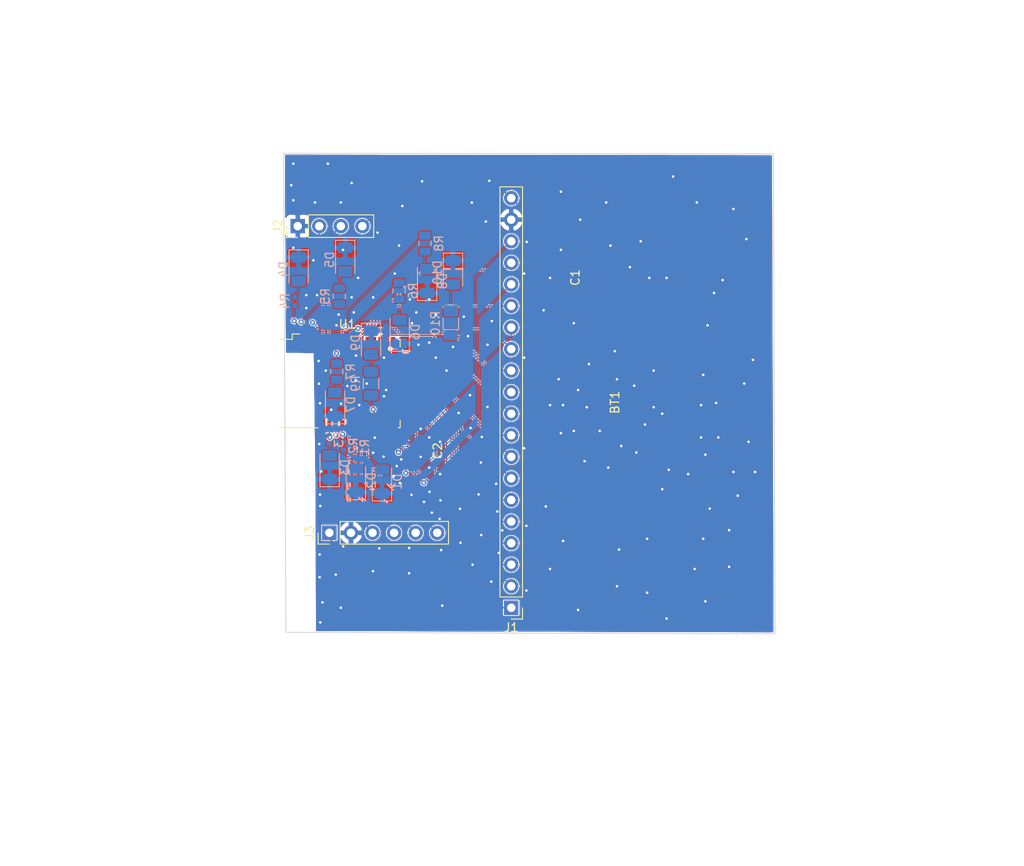
<source format=kicad_pcb>
(kicad_pcb (version 20171130) (host pcbnew 5.1.5+dfsg1-2)
  (layers (0 F.Cu signal) (31 B.Cu signal) (34 B.Paste user hide) (35 F.Paste user hide) (36 B.SilkS user) (37 F.SilkS user) (38 B.Mask user) (39 F.Mask user) (44 Edge.Cuts user))
  (net 0 "")
  (net 1 +3V3)
  (net 2 GND)
  (net 3 "Net-(D1-Pad2)")
  (net 4 "Net-(D2-Pad2)")
  (net 5 "Net-(D3-Pad2)")
  (net 6 "Net-(D4-Pad2)")
  (net 7 "Net-(D5-Pad2)")
  (net 8 "Net-(D6-Pad2)")
  (net 9 "Net-(D7-Pad2)")
  (net 10 "Net-(D8-Pad2)")
  (net 11 "Net-(D9-Pad2)")
  (net 12 "Net-(D10-Pad2)")
  (net 13 "Net-(J1-Pad18)")
  (net 14 "Net-(J1-Pad17)")
  (net 15 "Net-(J1-Pad16)")
  (net 16 "Net-(J1-Pad15)")
  (net 17 "Net-(J1-Pad14)")
  (net 18 "Net-(J1-Pad13)")
  (net 19 "Net-(J1-Pad12)")
  (net 20 "Net-(J1-Pad11)")
  (net 21 "Net-(J1-Pad10)")
  (net 22 "Net-(J1-Pad9)")
  (net 23 "Net-(J1-Pad8)")
  (net 24 "Net-(J1-Pad7)")
  (net 25 "Net-(J1-Pad6)")
  (net 26 "Net-(J1-Pad5)")
  (net 27 "Net-(J1-Pad4)")
  (net 28 "Net-(J1-Pad3)")
  (net 29 "Net-(J1-Pad2)")
  (net 30 "Net-(J1-Pad1)")
  (net 31 "Net-(J2-Pad3)")
  (net 32 "Net-(J2-Pad2)")
  (net 33 "Net-(J3-Pad6)")
  (net 34 "Net-(J3-Pad5)")
  (net 35 "Net-(J3-Pad4)")
  (net 36 "Net-(J3-Pad3)")
  (net 37 "Net-(R1-Pad2)")
  (net 38 "Net-(R2-Pad2)")
  (net 39 "Net-(R3-Pad2)")
  (net 40 "Net-(R4-Pad2)")
  (net 41 "Net-(R5-Pad2)")
  (net 42 "Net-(R6-Pad2)")
  (net 43 "Net-(R7-Pad2)")
  (net 44 "Net-(R8-Pad2)")
  (net 45 "Net-(R9-Pad2)")
  (net 46 "Net-(R10-Pad2)")
  (module LED_SMD:LED_1206_3216Metric (layer B.Cu) (at 195.406999 73.160999 90)
    (fp_text reference D6 (at 0 1.82 90) (layer B.SilkS) (effects (justify mirror)))
    (fp_text value LED)
    (pad 2 smd roundrect (at 1.4 0 90) (size 1.25 1.75) (layers B.Cu B.Paste B.Mask) (roundrect_rratio 0.2) (net 8 "Net-(D6-Pad2)"))
    (pad 1 smd roundrect (at -1.4 0 90) (size 1.25 1.75) (layers B.Cu B.Paste B.Mask) (roundrect_rratio 0.2) (net 2 GND))
  )
  (module Resistor_SMD:R_0402_1005Metric (layer B.Cu) (at 183.06 69.56 270)
    (fp_text reference R4 (at 0 1.17 270) (layer B.SilkS) (effects (justify mirror)))
    (fp_text value R)
    (pad 2 smd roundrect (at 0.485 0 270) (size 0.59 0.64) (layers B.Cu B.Paste B.Mask) (net 40 "Net-(R4-Pad2)"))
    (pad 1 smd roundrect (at -0.485 0 270) (size 0.59 0.64) (layers B.Cu B.Paste B.Mask) (net 6 "Net-(D4-Pad2)"))
  )
  (module LED_SMD:LED_1206_3216Metric (layer B.Cu) (at 183.5 65.79 270)
    (fp_text reference D4 (at 0 1.82 270) (layer B.SilkS) (effects (justify mirror)))
    (fp_text value LED)
    (pad 2 smd roundrect (at 1.4 0 270) (size 1.25 1.75) (layers B.Cu B.Paste B.Mask) (roundrect_rratio 0.2) (net 6 "Net-(D4-Pad2)"))
    (pad 1 smd roundrect (at -1.4 0 270) (size 1.25 1.75) (layers B.Cu B.Paste B.Mask) (roundrect_rratio 0.2) (net 2 GND))
  )
  (module Capacitor_SMD:C_0402_1005Metric (layer F.Cu) (at 217.235001 66.764999 90)
    (fp_text reference C1 (at 0 -1.17 90) (layer F.SilkS))
    (fp_text value 4.7uF)
    (pad 2 smd roundrect (at 0.485 0 90) (size 0.59 0.64) (layers F.Cu F.Paste F.Mask) (net 2 GND))
    (pad 1 smd roundrect (at -0.485 0 90) (size 0.59 0.64) (layers F.Cu F.Paste F.Mask) (net 1 +3V3))
  )
  (module kifootp:CR2032 (layer F.Cu) (at 220.24 81.46 90)
    (fp_text reference BT1 (at 0 0.5 90) (layer F.SilkS))
    (fp_text value Battery_Cell)
    (pad 1 smd rect (at -11.45 0 90) (size 2.5 5) (layers F.Cu F.Paste F.Mask) (net 1 +3V3))
    (pad 1 smd rect (at 11.45 0 90) (size 2.5 5) (layers F.Cu F.Paste F.Mask) (net 1 +3V3))
    (pad 2 smd circle (at 0 0 90) (size 17.8 17.8) (layers F.Cu F.Paste F.Mask) (net 2 GND))
  )
  (module RF_Module:Laird_BL652 (layer F.Cu) (at 189.23 79.248)
    (fp_text reference U1 (at 0 -6.985) (layer F.SilkS))
    (fp_text value BL652)
    (pad 39 smd rect (at -2.85 4.9 90) (size 1.2 0.5) (layers F.Cu F.Paste F.Mask) (net 2 GND))
    (pad 38 smd rect (at -2.1 4.9 90) (size 1.2 0.5) (layers F.Cu F.Paste F.Mask) (net 39 "Net-(R3-Pad2)"))
    (pad 37 smd rect (at -1.35 4.9 90) (size 1.2 0.5) (layers F.Cu F.Paste F.Mask) (net 38 "Net-(R2-Pad2)"))
    (pad 36 smd rect (at -0.6 4.9 90) (size 1.2 0.5) (layers F.Cu F.Paste F.Mask) (net 37 "Net-(R1-Pad2)"))
    (pad 35 smd rect (at 0.15 4.9 90) (size 1.2 0.5) (layers F.Cu F.Paste F.Mask) (net 36 "Net-(J3-Pad3)"))
    (pad 34 smd rect (at 0.9 4.9 90) (size 1.2 0.5) (layers F.Cu F.Paste F.Mask) (net 35 "Net-(J3-Pad4)"))
    (pad 33 smd rect (at 1.65 4.9 90) (size 1.2 0.5) (layers F.Cu F.Paste F.Mask) (net 34 "Net-(J3-Pad5)"))
    (pad 32 smd rect (at 2.4 4.9 90) (size 1.2 0.5) (layers F.Cu F.Paste F.Mask) (net 33 "Net-(J3-Pad6)"))
    (pad 31 smd rect (at 3.15 4.9 90) (size 1.2 0.5) (layers F.Cu F.Paste F.Mask) (net 45 "Net-(R9-Pad2)"))
    (pad 30 smd rect (at 3.9 4.9 90) (size 1.2 0.5) (layers F.Cu F.Paste F.Mask) (net 13 "Net-(J1-Pad18)"))
    (pad 29 smd rect (at 4.65 4.9 90) (size 1.2 0.5) (layers F.Cu F.Paste F.Mask) (net 15 "Net-(J1-Pad16)"))
    (pad 28 smd rect (at 5.4 4.9 90) (size 1.2 0.5) (layers F.Cu F.Paste F.Mask) (net 17 "Net-(J1-Pad14)"))
    (pad 27 smd rect (at 5.85 3.75) (size 1.2 0.5) (layers F.Cu F.Paste F.Mask) (net 2 GND))
    (pad 26 smd rect (at 5.85 3) (size 1.2 0.5) (layers F.Cu F.Paste F.Mask) (net 1 +3V3))
    (pad 25 smd rect (at 5.85 2.25) (size 1.2 0.5) (layers F.Cu F.Paste F.Mask) (net 30 "Net-(J1-Pad1)"))
    (pad 24 smd rect (at 5.85 1.5) (size 1.2 0.5) (layers F.Cu F.Paste F.Mask) (net 29 "Net-(J1-Pad2)"))
    (pad 23 smd rect (at 5.85 0.75) (size 1.2 0.5) (layers F.Cu F.Paste F.Mask) (net 28 "Net-(J1-Pad3)"))
    (pad 22 smd rect (at 5.85 0) (size 1.2 0.5) (layers F.Cu F.Paste F.Mask) (net 27 "Net-(J1-Pad4)"))
    (pad 21 smd rect (at 5.85 -0.75) (size 1.2 0.5) (layers F.Cu F.Paste F.Mask) (net 26 "Net-(J1-Pad5)"))
    (pad 20 smd rect (at 5.85 -1.5) (size 1.2 0.5) (layers F.Cu F.Paste F.Mask) (net 25 "Net-(J1-Pad6)"))
    (pad 19 smd rect (at 5.85 -2.25) (size 1.2 0.5) (layers F.Cu F.Paste F.Mask) (net 24 "Net-(J1-Pad7)"))
    (pad 18 smd rect (at 5.85 -3) (size 1.2 0.5) (layers F.Cu F.Paste F.Mask) (net 23 "Net-(J1-Pad8)"))
    (pad 17 smd rect (at 5.85 -3.75) (size 1.2 0.5) (layers F.Cu F.Paste F.Mask) (net 22 "Net-(J1-Pad9)"))
    (pad 16 smd rect (at 5.4 -4.9 90) (size 1.2 0.5) (layers F.Cu F.Paste F.Mask) (net 2 GND))
    (pad 15 smd rect (at 4.65 -4.9 90) (size 1.2 0.5) (layers F.Cu F.Paste F.Mask) (net 21 "Net-(J1-Pad10)"))
    (pad 14 smd rect (at 3.9 -4.9 90) (size 1.2 0.5) (layers F.Cu F.Paste F.Mask) (net 20 "Net-(J1-Pad11)"))
    (pad 13 smd rect (at 3.15 -4.9 90) (size 1.2 0.5) (layers F.Cu F.Paste F.Mask) (net 19 "Net-(J1-Pad12)"))
    (pad 12 smd rect (at 2.4 -4.9 90) (size 1.2 0.5) (layers F.Cu F.Paste F.Mask) (net 18 "Net-(J1-Pad13)"))
    (pad 11 smd rect (at 1.65 -4.9 90) (size 1.2 0.5) (layers F.Cu F.Paste F.Mask) (net 16 "Net-(J1-Pad15)"))
    (pad 10 smd rect (at 0.9 -4.9 90) (size 1.2 0.5) (layers F.Cu F.Paste F.Mask) (net 14 "Net-(J1-Pad17)"))
    (pad 9 smd rect (at 0.15 -4.9 90) (size 1.2 0.5) (layers F.Cu F.Paste F.Mask) (net 46 "Net-(R10-Pad2)"))
    (pad 8 smd rect (at -0.6 -4.9 90) (size 1.2 0.5) (layers F.Cu F.Paste F.Mask) (net 44 "Net-(R8-Pad2)"))
    (pad 7 smd rect (at -1.35 -4.9 90) (size 1.2 0.5) (layers F.Cu F.Paste F.Mask) (net 43 "Net-(R7-Pad2)"))
    (pad 6 smd rect (at -2.1 -4.9 90) (size 1.2 0.5) (layers F.Cu F.Paste F.Mask) (net 31 "Net-(J2-Pad3)"))
    (pad 5 smd rect (at -2.85 -4.9 90) (size 1.2 0.5) (layers F.Cu F.Paste F.Mask) (net 32 "Net-(J2-Pad2)"))
    (pad 4 smd rect (at -3.6 -4.9 90) (size 1.2 0.5) (layers F.Cu F.Paste F.Mask) (net 42 "Net-(R6-Pad2)"))
    (pad 3 smd rect (at -4.35 -4.9 90) (size 1.2 0.5) (layers F.Cu F.Paste F.Mask) (net 41 "Net-(R5-Pad2)"))
    (pad 2 smd rect (at -5.1 -4.9 90) (size 1.2 0.5) (layers F.Cu F.Paste F.Mask) (net 40 "Net-(R4-Pad2)"))
    (pad 1 smd rect (at -5.85 -4.9 90) (size 1.2 0.5) (layers F.Cu F.Paste F.Mask) (net 2 GND))
  )
  (module Resistor_SMD:R_1206_3216Metric (layer B.Cu) (at 201.422 72.136 270)
    (fp_text reference R10 (at 0 1.82 90) (layer B.SilkS) (effects (justify mirror)))
    (fp_text value R)
    (pad 2 smd roundrect (at 1.4 0 270) (size 1.25 1.75) (layers B.Cu B.Paste B.Mask) (roundrect_rratio 0.2) (net 46 "Net-(R10-Pad2)"))
    (pad 1 smd roundrect (at -1.4 0 270) (size 1.25 1.75) (layers B.Cu B.Paste B.Mask) (roundrect_rratio 0.2) (net 12 "Net-(D10-Pad2)"))
  )
  (module Resistor_SMD:R_1206_3216Metric (layer B.Cu) (at 192.024 79.248 270)
    (fp_text reference R9 (at 0 1.82 90) (layer B.SilkS) (effects (justify mirror)))
    (fp_text value R)
    (pad 2 smd roundrect (at 1.4 0 270) (size 1.25 1.75) (layers B.Cu B.Paste B.Mask) (roundrect_rratio 0.2) (net 45 "Net-(R9-Pad2)"))
    (pad 1 smd roundrect (at -1.4 0 270) (size 1.25 1.75) (layers B.Cu B.Paste B.Mask) (roundrect_rratio 0.2) (net 11 "Net-(D9-Pad2)"))
  )
  (module Resistor_SMD:R_0805_2012Metric (layer B.Cu) (at 198.374 62.738 90)
    (fp_text reference R8 (at 0 1.65 90) (layer B.SilkS) (effects (justify mirror)))
    (fp_text value R)
    (pad 2 smd roundrect (at 0.9375 0 90) (size 0.975 1.4) (layers B.Cu B.Paste B.Mask) (net 44 "Net-(R8-Pad2)"))
    (pad 1 smd roundrect (at -0.9375 0 90) (size 0.975 1.4) (layers B.Cu B.Paste B.Mask) (net 10 "Net-(D8-Pad2)"))
  )
  (module Resistor_SMD:R_0805_2012Metric (layer B.Cu) (at 187.98 77.83 90)
    (fp_text reference R7 (at 0 1.65 90) (layer B.SilkS) (effects (justify mirror)))
    (fp_text value R)
    (pad 2 smd roundrect (at 0.9375 0 90) (size 0.975 1.4) (layers B.Cu B.Paste B.Mask) (net 43 "Net-(R7-Pad2)"))
    (pad 1 smd roundrect (at -0.9375 0 90) (size 0.975 1.4) (layers B.Cu B.Paste B.Mask) (net 9 "Net-(D7-Pad2)"))
  )
  (module Resistor_SMD:R_0805_2012Metric (layer B.Cu) (at 195.326 68.326 90)
    (fp_text reference R6 (at 0 1.65 90) (layer B.SilkS) (effects (justify mirror)))
    (fp_text value R)
    (pad 2 smd roundrect (at 0.9375 0 90) (size 0.975 1.4) (layers B.Cu B.Paste B.Mask) (net 42 "Net-(R6-Pad2)"))
    (pad 1 smd roundrect (at -0.9375 0 90) (size 0.975 1.4) (layers B.Cu B.Paste B.Mask) (net 8 "Net-(D6-Pad2)"))
  )
  (module Resistor_SMD:R_0805_2012Metric (layer B.Cu) (at 188.29 68.97 270)
    (fp_text reference R5 (at 0 1.65 90) (layer B.SilkS) (effects (justify mirror)))
    (fp_text value R)
    (pad 2 smd roundrect (at 0.9375 0 270) (size 0.975 1.4) (layers B.Cu B.Paste B.Mask) (net 41 "Net-(R5-Pad2)"))
    (pad 1 smd roundrect (at -0.9375 0 270) (size 0.975 1.4) (layers B.Cu B.Paste B.Mask) (net 7 "Net-(D5-Pad2)"))
  )
  (module Resistor_SMD:R_0402_1005Metric (layer B.Cu) (at 187.08 85.85 90)
    (fp_text reference R3 (at 0 1.17 90) (layer B.SilkS) (effects (justify mirror)))
    (fp_text value R)
    (pad 2 smd roundrect (at 0.485 0 90) (size 0.59 0.64) (layers B.Cu B.Paste B.Mask) (net 39 "Net-(R3-Pad2)"))
    (pad 1 smd roundrect (at -0.485 0 90) (size 0.59 0.64) (layers B.Cu B.Paste B.Mask) (net 5 "Net-(D3-Pad2)"))
  )
  (module Resistor_SMD:R_0402_1005Metric (layer B.Cu) (at 188.79 86.57 90)
    (fp_text reference R2 (at 0 1.17 90) (layer B.SilkS) (effects (justify mirror)))
    (fp_text value R)
    (pad 2 smd roundrect (at 0.485 0 90) (size 0.59 0.64) (layers B.Cu B.Paste B.Mask) (net 38 "Net-(R2-Pad2)"))
    (pad 1 smd roundrect (at -0.485 0 90) (size 0.59 0.64) (layers B.Cu B.Paste B.Mask) (net 4 "Net-(D2-Pad2)"))
  )
  (module Resistor_SMD:R_0402_1005Metric (layer B.Cu) (at 190.11 86.75 90)
    (fp_text reference R1 (at 0 1.17 90) (layer B.SilkS) (effects (justify mirror)))
    (fp_text value R)
    (pad 2 smd roundrect (at 0.485 0 90) (size 0.59 0.64) (layers B.Cu B.Paste B.Mask) (net 37 "Net-(R1-Pad2)"))
    (pad 1 smd roundrect (at -0.485 0 90) (size 0.59 0.64) (layers B.Cu B.Paste B.Mask) (net 3 "Net-(D1-Pad2)"))
  )
  (module Connector_PinHeader_2.54mm:PinHeader_1x06_P2.54mm_Vertical (layer F.Cu) (at 187.12 96.83 90)
    (fp_text reference J3 (at 0 -2.33 90) (layer F.SilkS))
    (fp_text value Conn_01x06_Male)
    (pad 6 thru_hole oval (at 0 12.7 90) (size 1.7 1.7) (drill 1) (layers *.Cu *.Mask) (net 33 "Net-(J3-Pad6)"))
    (pad 5 thru_hole oval (at 0 10.16 90) (size 1.7 1.7) (drill 1) (layers *.Cu *.Mask) (net 34 "Net-(J3-Pad5)"))
    (pad 4 thru_hole oval (at 0 7.62 90) (size 1.7 1.7) (drill 1) (layers *.Cu *.Mask) (net 35 "Net-(J3-Pad4)"))
    (pad 3 thru_hole oval (at 0 5.08 90) (size 1.7 1.7) (drill 1) (layers *.Cu *.Mask) (net 36 "Net-(J3-Pad3)"))
    (pad 2 thru_hole oval (at 0 2.54 90) (size 1.7 1.7) (drill 1) (layers *.Cu *.Mask) (net 2 GND))
    (pad 1 thru_hole rect (at 0 0 90) (size 1.7 1.7) (drill 1) (layers *.Cu *.Mask) (net 1 +3V3))
  )
  (module Connector_PinHeader_2.54mm:PinHeader_1x04_P2.54mm_Vertical (layer F.Cu) (at 183.388 60.706 90)
    (fp_text reference J2 (at 0 -2.33 90) (layer F.SilkS))
    (fp_text value Conn_01x04_Male)
    (pad 4 thru_hole oval (at 0 7.62 90) (size 1.7 1.7) (drill 1) (layers *.Cu *.Mask) (net 1 +3V3))
    (pad 3 thru_hole oval (at 0 5.08 90) (size 1.7 1.7) (drill 1) (layers *.Cu *.Mask) (net 31 "Net-(J2-Pad3)"))
    (pad 2 thru_hole oval (at 0 2.54 90) (size 1.7 1.7) (drill 1) (layers *.Cu *.Mask) (net 32 "Net-(J2-Pad2)"))
    (pad 1 thru_hole rect (at 0 0 90) (size 1.7 1.7) (drill 1) (layers *.Cu *.Mask) (net 2 GND))
  )
  (module Connector_PinHeader_2.54mm:PinHeader_1x20_P2.54mm_Vertical (layer F.Cu) (at 208.534 105.664 180)
    (fp_text reference J1 (at 0 -2.33) (layer F.SilkS))
    (fp_text value Conn_01x20_Male)
    (pad 20 thru_hole oval (at 0 48.26 180) (size 1.7 1.7) (drill 1) (layers *.Cu *.Mask) (net 1 +3V3))
    (pad 19 thru_hole oval (at 0 45.72 180) (size 1.7 1.7) (drill 1) (layers *.Cu *.Mask) (net 2 GND))
    (pad 18 thru_hole oval (at 0 43.18 180) (size 1.7 1.7) (drill 1) (layers *.Cu *.Mask) (net 13 "Net-(J1-Pad18)"))
    (pad 17 thru_hole oval (at 0 40.64 180) (size 1.7 1.7) (drill 1) (layers *.Cu *.Mask) (net 14 "Net-(J1-Pad17)"))
    (pad 16 thru_hole oval (at 0 38.1 180) (size 1.7 1.7) (drill 1) (layers *.Cu *.Mask) (net 15 "Net-(J1-Pad16)"))
    (pad 15 thru_hole oval (at 0 35.56 180) (size 1.7 1.7) (drill 1) (layers *.Cu *.Mask) (net 16 "Net-(J1-Pad15)"))
    (pad 14 thru_hole oval (at 0 33.02 180) (size 1.7 1.7) (drill 1) (layers *.Cu *.Mask) (net 17 "Net-(J1-Pad14)"))
    (pad 13 thru_hole oval (at 0 30.48 180) (size 1.7 1.7) (drill 1) (layers *.Cu *.Mask) (net 18 "Net-(J1-Pad13)"))
    (pad 12 thru_hole oval (at 0 27.94 180) (size 1.7 1.7) (drill 1) (layers *.Cu *.Mask) (net 19 "Net-(J1-Pad12)"))
    (pad 11 thru_hole oval (at 0 25.4 180) (size 1.7 1.7) (drill 1) (layers *.Cu *.Mask) (net 20 "Net-(J1-Pad11)"))
    (pad 10 thru_hole oval (at 0 22.86 180) (size 1.7 1.7) (drill 1) (layers *.Cu *.Mask) (net 21 "Net-(J1-Pad10)"))
    (pad 9 thru_hole oval (at 0 20.32 180) (size 1.7 1.7) (drill 1) (layers *.Cu *.Mask) (net 22 "Net-(J1-Pad9)"))
    (pad 8 thru_hole oval (at 0 17.78 180) (size 1.7 1.7) (drill 1) (layers *.Cu *.Mask) (net 23 "Net-(J1-Pad8)"))
    (pad 7 thru_hole oval (at 0 15.24 180) (size 1.7 1.7) (drill 1) (layers *.Cu *.Mask) (net 24 "Net-(J1-Pad7)"))
    (pad 6 thru_hole oval (at 0 12.7 180) (size 1.7 1.7) (drill 1) (layers *.Cu *.Mask) (net 25 "Net-(J1-Pad6)"))
    (pad 5 thru_hole oval (at 0 10.16 180) (size 1.7 1.7) (drill 1) (layers *.Cu *.Mask) (net 26 "Net-(J1-Pad5)"))
    (pad 4 thru_hole oval (at 0 7.62 180) (size 1.7 1.7) (drill 1) (layers *.Cu *.Mask) (net 27 "Net-(J1-Pad4)"))
    (pad 3 thru_hole oval (at 0 5.08 180) (size 1.7 1.7) (drill 1) (layers *.Cu *.Mask) (net 28 "Net-(J1-Pad3)"))
    (pad 2 thru_hole oval (at 0 2.54 180) (size 1.7 1.7) (drill 1) (layers *.Cu *.Mask) (net 29 "Net-(J1-Pad2)"))
    (pad 1 thru_hole rect (at 0 0 180) (size 1.7 1.7) (drill 1) (layers *.Cu *.Mask) (net 30 "Net-(J1-Pad1)"))
  )
  (module LED_SMD:LED_1206_3216Metric (layer B.Cu) (at 201.676 66.164 270)
    (fp_text reference D10 (at 0 1.82 90) (layer B.SilkS) (effects (justify mirror)))
    (fp_text value LED)
    (pad 2 smd roundrect (at 1.4 0 270) (size 1.25 1.75) (layers B.Cu B.Paste B.Mask) (roundrect_rratio 0.2) (net 12 "Net-(D10-Pad2)"))
    (pad 1 smd roundrect (at -1.4 0 270) (size 1.25 1.75) (layers B.Cu B.Paste B.Mask) (roundrect_rratio 0.2) (net 2 GND))
  )
  (module LED_SMD:LED_1206_3216Metric (layer B.Cu) (at 192.024 74.422 270)
    (fp_text reference D9 (at 0 1.82 90) (layer B.SilkS) (effects (justify mirror)))
    (fp_text value LED)
    (pad 2 smd roundrect (at 1.4 0 270) (size 1.25 1.75) (layers B.Cu B.Paste B.Mask) (roundrect_rratio 0.2) (net 11 "Net-(D9-Pad2)"))
    (pad 1 smd roundrect (at -1.4 0 270) (size 1.25 1.75) (layers B.Cu B.Paste B.Mask) (roundrect_rratio 0.2) (net 2 GND))
  )
  (module LED_SMD:LED_1206_3216Metric (layer B.Cu) (at 198.628 67.18 90)
    (fp_text reference D8 (at 0 1.82 90) (layer B.SilkS) (effects (justify mirror)))
    (fp_text value LED)
    (pad 2 smd roundrect (at 1.4 0 90) (size 1.25 1.75) (layers B.Cu B.Paste B.Mask) (roundrect_rratio 0.2) (net 10 "Net-(D8-Pad2)"))
    (pad 1 smd roundrect (at -1.4 0 90) (size 1.25 1.75) (layers B.Cu B.Paste B.Mask) (roundrect_rratio 0.2) (net 2 GND))
  )
  (module LED_SMD:LED_1206_3216Metric (layer B.Cu) (at 187.79 81.71 90)
    (fp_text reference D7 (at 0 1.82 90) (layer B.SilkS) (effects (justify mirror)))
    (fp_text value LED)
    (pad 2 smd roundrect (at 1.4 0 90) (size 1.25 1.75) (layers B.Cu B.Paste B.Mask) (roundrect_rratio 0.2) (net 9 "Net-(D7-Pad2)"))
    (pad 1 smd roundrect (at -1.4 0 90) (size 1.25 1.75) (layers B.Cu B.Paste B.Mask) (roundrect_rratio 0.2) (net 2 GND))
  )
  (module LED_SMD:LED_1206_3216Metric (layer B.Cu) (at 188.98 64.65 270)
    (fp_text reference D5 (at 0 1.82 90) (layer B.SilkS) (effects (justify mirror)))
    (fp_text value LED)
    (pad 2 smd roundrect (at 1.4 0 270) (size 1.25 1.75) (layers B.Cu B.Paste B.Mask) (roundrect_rratio 0.2) (net 7 "Net-(D5-Pad2)"))
    (pad 1 smd roundrect (at -1.4 0 270) (size 1.25 1.75) (layers B.Cu B.Paste B.Mask) (roundrect_rratio 0.2) (net 2 GND))
  )
  (module LED_SMD:LED_1206_3216Metric (layer B.Cu) (at 187.15 89.12 90)
    (fp_text reference D3 (at 0 1.82 90) (layer B.SilkS) (effects (justify mirror)))
    (fp_text value LED)
    (pad 2 smd roundrect (at 1.4 0 90) (size 1.25 1.75) (layers B.Cu B.Paste B.Mask) (roundrect_rratio 0.2) (net 5 "Net-(D3-Pad2)"))
    (pad 1 smd roundrect (at -1.4 0 90) (size 1.25 1.75) (layers B.Cu B.Paste B.Mask) (roundrect_rratio 0.2) (net 2 GND))
  )
  (module LED_SMD:LED_1206_3216Metric (layer B.Cu) (at 190.24 90.65 90)
    (fp_text reference D2 (at 0 1.82 90) (layer B.SilkS) (effects (justify mirror)))
    (fp_text value LED)
    (pad 2 smd roundrect (at 1.4 0 90) (size 1.25 1.75) (layers B.Cu B.Paste B.Mask) (roundrect_rratio 0.2) (net 4 "Net-(D2-Pad2)"))
    (pad 1 smd roundrect (at -1.4 0 90) (size 1.25 1.75) (layers B.Cu B.Paste B.Mask) (roundrect_rratio 0.2) (net 2 GND))
  )
  (module LED_SMD:LED_1206_3216Metric (layer B.Cu) (at 193.31 90.8 90)
    (fp_text reference D1 (at 0 1.82 90) (layer B.SilkS) (effects (justify mirror)))
    (fp_text value LED)
    (pad 2 smd roundrect (at 1.4 0 90) (size 1.25 1.75) (layers B.Cu B.Paste B.Mask) (roundrect_rratio 0.2) (net 3 "Net-(D1-Pad2)"))
    (pad 1 smd roundrect (at -1.4 0 90) (size 1.25 1.75) (layers B.Cu B.Paste B.Mask) (roundrect_rratio 0.2) (net 2 GND))
  )
  (module Capacitor_SMD:C_0402_1005Metric (layer F.Cu) (at 198.7 87.17 270)
    (fp_text reference C2 (at 0 -1.17 270) (layer F.SilkS))
    (fp_text value 0.1uF)
    (pad 2 smd roundrect (at 0.485 0 270) (size 0.59 0.64) (layers F.Cu F.Paste F.Mask) (net 2 GND))
    (pad 1 smd roundrect (at -0.485 0 270) (size 0.59 0.64) (layers F.Cu F.Paste F.Mask) (net 1 +3V3))
  )
  (gr_line (start 181.72 52.12) (end 239.4 52.18) (layer Edge.Cuts) (width 0.1))
  (gr_line (start 182.01 108.56) (end 181.72 52.12) (layer Edge.Cuts) (width 0.1))
  (gr_line (start 239.59 108.73) (end 182.01 108.56) (layer Edge.Cuts) (width 0.1))
  (gr_line (start 239.4 52.18) (end 239.59 108.73) (layer Edge.Cuts) (width 0.1))
  (via (at 214.63 81.788) (size 0.6) (drill 0.3) (layers F.Cu B.Cu) (net 2))
  (via (at 213.106 81.788) (size 0.6) (drill 0.3) (layers F.Cu B.Cu) (net 2))
  (via (at 214.122 78.74) (size 0.6) (drill 0.3) (layers F.Cu B.Cu) (net 2))
  (via (at 217.678 76.962) (size 0.6) (drill 0.3) (layers F.Cu B.Cu) (net 2))
  (via (at 220.726 75.438) (size 0.6) (drill 0.3) (layers F.Cu B.Cu) (net 2))
  (via (at 225.298 77.724) (size 0.6) (drill 0.3) (layers F.Cu B.Cu) (net 2))
  (via (at 226.314 82.804) (size 0.6) (drill 0.3) (layers F.Cu B.Cu) (net 2))
  (via (at 223.266 87.376) (size 0.6) (drill 0.3) (layers F.Cu B.Cu) (net 2))
  (via (at 219.964 89.154) (size 0.6) (drill 0.3) (layers F.Cu B.Cu) (net 2))
  (via (at 217.17 88.392) (size 0.6) (drill 0.3) (layers F.Cu B.Cu) (net 2))
  (via (at 214.376 85.09) (size 0.6) (drill 0.3) (layers F.Cu B.Cu) (net 2))
  (via (at 215.9 84.836) (size 0.6) (drill 0.3) (layers F.Cu B.Cu) (net 2))
  (via (at 223.012 79.502) (size 0.6) (drill 0.3) (layers F.Cu B.Cu) (net 2))
  (via (at 225.298 82.042) (size 0.6) (drill 0.3) (layers F.Cu B.Cu) (net 2))
  (via (at 224.282 84.074) (size 0.6) (drill 0.3) (layers F.Cu B.Cu) (net 2))
  (via (at 221.488 86.614) (size 0.6) (drill 0.3) (layers F.Cu B.Cu) (net 2))
  (via (at 218.948 84.836) (size 0.6) (drill 0.3) (layers F.Cu B.Cu) (net 2))
  (via (at 217.424 82.042) (size 0.6) (drill 0.3) (layers F.Cu B.Cu) (net 2))
  (via (at 216.408 80.01) (size 0.6) (drill 0.3) (layers F.Cu B.Cu) (net 2))
  (via (at 220.98 78.74) (size 0.6) (drill 0.3) (layers F.Cu B.Cu) (net 2))
  (via (at 188.722 63.5) (size 0.6) (drill 0.3) (layers F.Cu B.Cu) (net 2))
  (segment (start 191.008 60.706) (end 195.326 56.388) (width 0.127) (layer F.Cu) (net 1))
  (segment (start 195.326 56.388) (end 207.518 56.388) (width 0.127) (layer F.Cu) (net 1))
  (segment (start 207.518 56.388) (end 208.534 57.404) (width 0.127) (layer F.Cu) (net 1))
  (segment (start 197.358 83.566) (end 196.088 82.296) (width 0.127) (layer F.Cu) (net 1))
  (segment (start 196.088 82.296) (end 195.072 82.296) (width 0.127) (layer F.Cu) (net 1))
  (segment (start 197.785 86.09) (end 197.37 86.09) (width 0.127) (layer F.Cu) (net 1))
  (segment (start 198.7 86.685) (end 198.38 86.685) (width 0.127) (layer F.Cu) (net 1))
  (segment (start 198.38 86.685) (end 197.785 86.09) (width 0.127) (layer F.Cu) (net 1))
  (segment (start 197.37 86.09) (end 197.358 83.566) (width 0.127) (layer F.Cu) (net 1))
  (segment (start 200.860501 92.844559) (end 200.860501 100.089499) (width 0.127) (layer F.Cu) (net 1))
  (segment (start 197.37 86.09) (end 197.37 89.354058) (width 0.127) (layer F.Cu) (net 1))
  (segment (start 197.37 89.354058) (end 200.860501 92.844559) (width 0.127) (layer F.Cu) (net 1))
  (segment (start 188.954559 99.360501) (end 187.12 97.525942) (width 0.127) (layer F.Cu) (net 1))
  (segment (start 200.860501 100.089499) (end 200.131503 99.360501) (width 0.127) (layer F.Cu) (net 1))
  (segment (start 200.131503 99.360501) (end 188.954559 99.360501) (width 0.127) (layer F.Cu) (net 1))
  (segment (start 187.12 97.525942) (end 187.12 96.9) (width 0.127) (layer F.Cu) (net 1))
  (segment (start 207.531599 106.704501) (end 212.025499 106.704501) (width 0.127) (layer F.Cu) (net 1))
  (segment (start 200.860501 100.089499) (end 200.916597 100.089499) (width 0.127) (layer F.Cu) (net 1))
  (segment (start 200.916597 100.089499) (end 207.447098 106.62) (width 0.127) (layer F.Cu) (net 1))
  (segment (start 207.447098 106.62) (end 207.493499 106.62) (width 0.127) (layer F.Cu) (net 1))
  (segment (start 207.493499 106.62) (end 207.493499 106.666401) (width 0.127) (layer F.Cu) (net 1))
  (segment (start 207.493499 106.666401) (end 207.531599 106.704501) (width 0.127) (layer F.Cu) (net 1))
  (segment (start 212.025499 106.704501) (end 218.47 100.26) (width 0.127) (layer F.Cu) (net 1))
  (segment (start 209.383999 58.253999) (end 212.163999 58.253999) (width 0.127) (layer F.Cu) (net 1))
  (segment (start 208.534 57.404) (end 209.383999 58.253999) (width 0.127) (layer F.Cu) (net 1))
  (segment (start 212.163999 58.253999) (end 219.28 65.37) (width 0.127) (layer F.Cu) (net 1))
  (segment (start 219.28 65.37) (end 219.28 69.54) (width 0.127) (layer F.Cu) (net 1))
  (segment (start 219.28 69.54) (end 220 70.26) (width 0.127) (layer F.Cu) (net 1))
  (segment (start 217.235001 67.544999) (end 218.53 68.839998) (width 0.127) (layer F.Cu) (net 1))
  (segment (start 217.235001 67.249999) (end 217.235001 67.544999) (width 0.127) (layer F.Cu) (net 1))
  (segment (start 218.53 68.839998) (end 218.53 69.53) (width 0.127) (layer F.Cu) (net 1))
  (segment (start 222.867 92.91) (end 224.097 94.14) (width 0.127) (layer F.Cu) (net 1))
  (segment (start 220.24 92.91) (end 222.867 92.91) (width 0.127) (layer F.Cu) (net 1))
  (segment (start 224.097 94.14) (end 227.74 94.14) (width 0.127) (layer F.Cu) (net 1))
  (segment (start 227.74 94.14) (end 234.72 87.16) (width 0.127) (layer F.Cu) (net 1))
  (segment (start 234.72 87.16) (end 234.72 80.02) (width 0.127) (layer F.Cu) (net 1))
  (segment (start 234.72 80.02) (end 224.57 69.87) (width 0.127) (layer F.Cu) (net 1))
  (segment (start 224.57 69.87) (end 220.4 69.87) (width 0.127) (layer F.Cu) (net 1))
  (segment (start 220.4 69.87) (end 220.4 69.96) (width 0.127) (layer F.Cu) (net 1))
  (segment (start 218.47 100.26) (end 218.47 94.2) (width 0.127) (layer F.Cu) (net 1))
  (segment (start 218.47 94.2) (end 219.7 92.97) (width 0.127) (layer F.Cu) (net 1))
  (via (at 197.866 84.582) (size 0.6) (drill 0.3) (layers F.Cu B.Cu) (net 2))
  (via (at 198.882 89.154) (size 0.6) (drill 0.3) (layers F.Cu B.Cu) (net 2))
  (via (at 197.866 87.884) (size 0.6) (drill 0.3) (layers F.Cu B.Cu) (net 2))
  (via (at 198.882 85.598) (size 0.6) (drill 0.3) (layers F.Cu B.Cu) (net 2))
  (via (at 200.152 86.106) (size 0.6) (drill 0.3) (layers F.Cu B.Cu) (net 2))
  (via (at 200.152 87.884) (size 0.6) (drill 0.3) (layers F.Cu B.Cu) (net 2))
  (via (at 200.152 89.916) (size 0.6) (drill 0.3) (layers F.Cu B.Cu) (net 2))
  (via (at 189.738 55.626) (size 0.6) (drill 0.3) (layers F.Cu B.Cu) (net 2))
  (via (at 188.468 105.664) (size 0.6) (drill 0.3) (layers F.Cu B.Cu) (net 2))
  (via (at 200.406 105.41) (size 0.6) (drill 0.3) (layers F.Cu B.Cu) (net 2))
  (via (at 210.058 86.868) (size 0.6) (drill 0.3) (layers F.Cu B.Cu) (net 2))
  (via (at 210.312 96.012) (size 0.6) (drill 0.3) (layers F.Cu B.Cu) (net 2))
  (via (at 210.312 103.632) (size 0.6) (drill 0.3) (layers F.Cu B.Cu) (net 2))
  (via (at 210.058 76.2) (size 0.6) (drill 0.3) (layers F.Cu B.Cu) (net 2))
  (via (at 210.058 66.294) (size 0.6) (drill 0.3) (layers F.Cu B.Cu) (net 2))
  (via (at 203.68 80.62) (size 0.6) (drill 0.3) (layers F.Cu B.Cu) (net 2))
  (via (at 205.73 82.01) (size 0.6) (drill 0.3) (layers F.Cu B.Cu) (net 2))
  (via (at 203.75 84.48) (size 0.6) (drill 0.3) (layers F.Cu B.Cu) (net 2))
  (via (at 202.34 82.71) (size 0.6) (drill 0.3) (layers F.Cu B.Cu) (net 2))
  (via (at 204.95 88.55) (size 0.6) (drill 0.3) (layers F.Cu B.Cu) (net 2))
  (via (at 205.07 85.54) (size 0.6) (drill 0.3) (layers F.Cu B.Cu) (net 2))
  (via (at 204.69 92.31) (size 0.6) (drill 0.3) (layers F.Cu B.Cu) (net 2))
  (via (at 206.9 94.32) (size 0.6) (drill 0.3) (layers F.Cu B.Cu) (net 2))
  (via (at 206.76 91.06) (size 0.6) (drill 0.3) (layers F.Cu B.Cu) (net 2))
  (via (at 207.47 96.55) (size 0.6) (drill 0.3) (layers F.Cu B.Cu) (net 2))
  (via (at 207.07 99.2) (size 0.6) (drill 0.3) (layers F.Cu B.Cu) (net 2))
  (via (at 205 97.1) (size 0.6) (drill 0.3) (layers F.Cu B.Cu) (net 2))
  (via (at 202.49 94.01) (size 0.6) (drill 0.3) (layers F.Cu B.Cu) (net 2))
  (via (at 202.56 98.01) (size 0.6) (drill 0.3) (layers F.Cu B.Cu) (net 2))
  (via (at 203.98 100.59) (size 0.6) (drill 0.3) (layers F.Cu B.Cu) (net 2))
  (via (at 206.18 102.58) (size 0.6) (drill 0.3) (layers F.Cu B.Cu) (net 2))
  (via (at 200.27 98.87) (size 0.6) (drill 0.3) (layers F.Cu B.Cu) (net 2))
  (via (at 193 98.67) (size 0.6) (drill 0.3) (layers F.Cu B.Cu) (net 2))
  (via (at 188.75 98.43) (size 0.6) (drill 0.3) (layers F.Cu B.Cu) (net 2))
  (via (at 187.87 101.75) (size 0.6) (drill 0.3) (layers F.Cu B.Cu) (net 2))
  (via (at 192.26 101.36) (size 0.6) (drill 0.3) (layers F.Cu B.Cu) (net 2))
  (via (at 196.51 101.6) (size 0.6) (drill 0.3) (layers F.Cu B.Cu) (net 2))
  (via (at 196.51 98.62) (size 0.6) (drill 0.3) (layers F.Cu B.Cu) (net 2))
  (via (at 195.71 58.34) (size 0.6) (drill 0.3) (layers F.Cu B.Cu) (net 2))
  (via (at 203.9 57.93) (size 0.6) (drill 0.3) (layers F.Cu B.Cu) (net 2))
  (via (at 198.04 55.42) (size 0.6) (drill 0.3) (layers F.Cu B.Cu) (net 2))
  (via (at 205.95 55.36) (size 0.6) (drill 0.3) (layers F.Cu B.Cu) (net 2))
  (via (at 210.35 62.56) (size 0.6) (drill 0.3) (layers F.Cu B.Cu) (net 2))
  (via (at 205.54 60.16) (size 0.6) (drill 0.3) (layers F.Cu B.Cu) (net 2))
  (via (at 200.1 95.19) (size 0.6) (drill 0.3) (layers F.Cu B.Cu) (net 2))
  (via (at 200.2 93.01) (size 0.6) (drill 0.3) (layers F.Cu B.Cu) (net 2))
  (via (at 198.91 92) (size 0.6) (drill 0.3) (layers F.Cu B.Cu) (net 2))
  (via (at 198.26 93.19) (size 0.6) (drill 0.3) (layers F.Cu B.Cu) (net 2))
  (via (at 199.19 94.46) (size 0.6) (drill 0.3) (layers F.Cu B.Cu) (net 2))
  (via (at 196.79 92.36) (size 0.6) (drill 0.3) (layers F.Cu B.Cu) (net 2))
  (via (at 195.43 90.97) (size 0.6) (drill 0.3) (layers F.Cu B.Cu) (net 2))
  (via (at 194.69 90.18) (size 0.6) (drill 0.3) (layers F.Cu B.Cu) (net 2))
  (via (at 195.05 88.97) (size 0.6) (drill 0.3) (layers F.Cu B.Cu) (net 2))
  (via (at 195.58 88.19) (size 0.6) (drill 0.3) (layers F.Cu B.Cu) (net 2))
  (via (at 193.5 87.86) (size 0.6) (drill 0.3) (layers F.Cu B.Cu) (net 2))
  (via (at 192.47 85.63) (size 0.6) (drill 0.3) (layers F.Cu B.Cu) (net 2))
  (via (at 192.27 87.4) (size 0.6) (drill 0.3) (layers F.Cu B.Cu) (net 2))
  (via (at 185.928 86.36) (size 0.6) (drill 0.3) (layers F.Cu B.Cu) (net 2))
  (via (at 186.15 89.6) (size 0.6) (drill 0.3) (layers F.Cu B.Cu) (net 2))
  (via (at 186.02 92.33) (size 0.6) (drill 0.3) (layers F.Cu B.Cu) (net 2))
  (via (at 186.05 93.67) (size 0.6) (drill 0.3) (layers F.Cu B.Cu) (net 2))
  (via (at 185.97 99.39) (size 0.6) (drill 0.3) (layers F.Cu B.Cu) (net 2))
  (via (at 185.97 102.06) (size 0.6) (drill 0.3) (layers F.Cu B.Cu) (net 2))
  (via (at 186.31 105.03) (size 0.6) (drill 0.3) (layers F.Cu B.Cu) (net 2))
  (via (at 186.05 107.39) (size 0.6) (drill 0.3) (layers F.Cu B.Cu) (net 2))
  (via (at 185.85 76.59) (size 0.6) (drill 0.3) (layers F.Cu B.Cu) (net 2))
  (via (at 185.9 79.27) (size 0.6) (drill 0.3) (layers F.Cu B.Cu) (net 2))
  (via (at 186.01 81.57) (size 0.6) (drill 0.3) (layers F.Cu B.Cu) (net 2))
  (via (at 190.22 78.92) (size 0.6) (drill 0.3) (layers F.Cu B.Cu) (net 2))
  (via (at 191.516 79.248) (size 0.6) (drill 0.3) (layers F.Cu B.Cu) (net 2))
  (via (at 193.548 76.2) (size 0.6) (drill 0.3) (layers F.Cu B.Cu) (net 2))
  (via (at 190.246 75.946) (size 0.6) (drill 0.3) (layers F.Cu B.Cu) (net 2))
  (via (at 186.69 77.724) (size 0.6) (drill 0.3) (layers F.Cu B.Cu) (net 2))
  (via (at 189.23 79.54) (size 0.6) (drill 0.3) (layers F.Cu B.Cu) (net 2))
  (via (at 188.5 81.62) (size 0.6) (drill 0.3) (layers F.Cu B.Cu) (net 2))
  (via (at 187.34 82.34) (size 0.6) (drill 0.3) (layers F.Cu B.Cu) (net 2))
  (via (at 190.64 81.78) (size 0.6) (drill 0.3) (layers F.Cu B.Cu) (net 2))
  (via (at 193.548 80.75) (size 0.6) (drill 0.3) (layers F.Cu B.Cu) (net 2))
  (via (at 193.802 80.01) (size 0.6) (drill 0.3) (layers F.Cu B.Cu) (net 2))
  (via (at 185.24 64.73) (size 0.6) (drill 0.3) (layers F.Cu B.Cu) (net 2))
  (via (at 184.404 70.358) (size 0.6) (drill 0.3) (layers F.Cu B.Cu) (net 2))
  (via (at 182.88 63.246) (size 0.6) (drill 0.3) (layers F.Cu B.Cu) (net 2))
  (via (at 182.88 57.658) (size 0.6) (drill 0.3) (layers F.Cu B.Cu) (net 2))
  (via (at 182.88 53.34) (size 0.6) (drill 0.3) (layers F.Cu B.Cu) (net 2))
  (via (at 182.626 55.88) (size 0.6) (drill 0.3) (layers F.Cu B.Cu) (net 2))
  (via (at 185.42 57.912) (size 0.6) (drill 0.3) (layers F.Cu B.Cu) (net 2))
  (via (at 186.944 53.34) (size 0.6) (drill 0.3) (layers F.Cu B.Cu) (net 2))
  (via (at 188.468 57.912) (size 0.6) (drill 0.3) (layers F.Cu B.Cu) (net 2))
  (via (at 190.5 66.802) (size 0.6) (drill 0.3) (layers F.Cu B.Cu) (net 2))
  (via (at 194.818 66.294) (size 0.6) (drill 0.3) (layers F.Cu B.Cu) (net 2))
  (via (at 188.214 71.12) (size 0.6) (drill 0.3) (layers F.Cu B.Cu) (net 2))
  (via (at 184.404 68.834) (size 0.6) (drill 0.3) (layers F.Cu B.Cu) (net 2))
  (via (at 185.674 68.834) (size 0.6) (drill 0.3) (layers F.Cu B.Cu) (net 2))
  (via (at 189.738 69.088) (size 0.6) (drill 0.3) (layers F.Cu B.Cu) (net 2))
  (via (at 192.278 69.088) (size 0.6) (drill 0.3) (layers F.Cu B.Cu) (net 2))
  (via (at 189.992 70.866) (size 0.6) (drill 0.3) (layers F.Cu B.Cu) (net 2))
  (via (at 187.96 72.39) (size 0.6) (drill 0.3) (layers F.Cu B.Cu) (net 2))
  (via (at 197.358 70.866) (size 0.6) (drill 0.3) (layers F.Cu B.Cu) (net 2))
  (via (at 196.596 69.342) (size 0.6) (drill 0.3) (layers F.Cu B.Cu) (net 2))
  (via (at 198.882 69.342) (size 0.6) (drill 0.3) (layers F.Cu B.Cu) (net 2))
  (via (at 199.644 71.12) (size 0.6) (drill 0.3) (layers F.Cu B.Cu) (net 2))
  (via (at 196.85 72.136) (size 0.6) (drill 0.3) (layers F.Cu B.Cu) (net 2))
  (via (at 197.612 74.676) (size 0.6) (drill 0.3) (layers F.Cu B.Cu) (net 2))
  (via (at 198.882 74.422) (size 0.6) (drill 0.3) (layers F.Cu B.Cu) (net 2))
  (via (at 201.676 74.93) (size 0.6) (drill 0.3) (layers F.Cu B.Cu) (net 2))
  (via (at 203.454 73.66) (size 0.6) (drill 0.3) (layers F.Cu B.Cu) (net 2))
  (via (at 205.74 74.676) (size 0.6) (drill 0.3) (layers F.Cu B.Cu) (net 2))
  (via (at 206.248 71.882) (size 0.6) (drill 0.3) (layers F.Cu B.Cu) (net 2))
  (via (at 202.946 71.374) (size 0.6) (drill 0.3) (layers F.Cu B.Cu) (net 2))
  (via (at 199.644 76.2) (size 0.6) (drill 0.3) (layers F.Cu B.Cu) (net 2))
  (via (at 200.914 77.724) (size 0.6) (drill 0.3) (layers F.Cu B.Cu) (net 2))
  (via (at 195.326 62.992) (size 0.6) (drill 0.3) (layers F.Cu B.Cu) (net 2))
  (via (at 192.786 61.468) (size 0.6) (drill 0.3) (layers F.Cu B.Cu) (net 2))
  (via (at 212.598 93.726) (size 0.6) (drill 0.3) (layers F.Cu B.Cu) (net 2))
  (via (at 214.63 97.79) (size 0.6) (drill 0.3) (layers F.Cu B.Cu) (net 2))
  (via (at 213.106 101.092) (size 0.6) (drill 0.3) (layers F.Cu B.Cu) (net 2))
  (via (at 216.408 105.918) (size 0.6) (drill 0.3) (layers F.Cu B.Cu) (net 2))
  (via (at 226.822 106.934) (size 0.6) (drill 0.3) (layers F.Cu B.Cu) (net 2))
  (via (at 224.536 103.886) (size 0.6) (drill 0.3) (layers F.Cu B.Cu) (net 2))
  (via (at 220.98 103.124) (size 0.6) (drill 0.3) (layers F.Cu B.Cu) (net 2))
  (via (at 221.234 98.806) (size 0.6) (drill 0.3) (layers F.Cu B.Cu) (net 2))
  (via (at 224.536 97.536) (size 0.6) (drill 0.3) (layers F.Cu B.Cu) (net 2))
  (via (at 230.124 101.092) (size 0.6) (drill 0.3) (layers F.Cu B.Cu) (net 2))
  (via (at 231.394 104.902) (size 0.6) (drill 0.3) (layers F.Cu B.Cu) (net 2))
  (via (at 234.188 100.838) (size 0.6) (drill 0.3) (layers F.Cu B.Cu) (net 2))
  (via (at 235.204 92.456) (size 0.6) (drill 0.3) (layers F.Cu B.Cu) (net 2))
  (via (at 237.236 89.662) (size 0.6) (drill 0.3) (layers F.Cu B.Cu) (net 2))
  (via (at 236.982 76.454) (size 0.6) (drill 0.3) (layers F.Cu B.Cu) (net 2))
  (via (at 232.41 68.58) (size 0.6) (drill 0.3) (layers F.Cu B.Cu) (net 2))
  (via (at 223.774 62.484) (size 0.6) (drill 0.3) (layers F.Cu B.Cu) (net 2))
  (via (at 214.376 56.642) (size 0.6) (drill 0.3) (layers F.Cu B.Cu) (net 2))
  (via (at 219.71 57.912) (size 0.6) (drill 0.3) (layers F.Cu B.Cu) (net 2))
  (via (at 227.584 54.864) (size 0.6) (drill 0.3) (layers F.Cu B.Cu) (net 2))
  (via (at 230.378 57.912) (size 0.6) (drill 0.3) (layers F.Cu B.Cu) (net 2))
  (via (at 234.696 58.674) (size 0.6) (drill 0.3) (layers F.Cu B.Cu) (net 2))
  (via (at 236.22 62.23) (size 0.6) (drill 0.3) (layers F.Cu B.Cu) (net 2))
  (via (at 233.426 67.056) (size 0.6) (drill 0.3) (layers F.Cu B.Cu) (net 2))
  (via (at 226.822 66.802) (size 0.6) (drill 0.3) (layers F.Cu B.Cu) (net 2))
  (via (at 224.79 66.802) (size 0.6) (drill 0.3) (layers F.Cu B.Cu) (net 2))
  (via (at 222.504 65.532) (size 0.6) (drill 0.3) (layers F.Cu B.Cu) (net 2))
  (via (at 220.218 62.992) (size 0.6) (drill 0.3) (layers F.Cu B.Cu) (net 2))
  (via (at 216.662 59.944) (size 0.6) (drill 0.3) (layers F.Cu B.Cu) (net 2))
  (via (at 214.376 63.5) (size 0.6) (drill 0.3) (layers F.Cu B.Cu) (net 2))
  (via (at 213.106 66.802) (size 0.6) (drill 0.3) (layers F.Cu B.Cu) (net 2))
  (via (at 212.344 70.612) (size 0.6) (drill 0.3) (layers F.Cu B.Cu) (net 2))
  (via (at 215.9 72.136) (size 0.6) (drill 0.3) (layers F.Cu B.Cu) (net 2))
  (via (at 230.886 81.788) (size 0.6) (drill 0.3) (layers F.Cu B.Cu) (net 2))
  (via (at 230.886 85.598) (size 0.6) (drill 0.3) (layers F.Cu B.Cu) (net 2))
  (via (at 227.076 89.408) (size 0.6) (drill 0.3) (layers F.Cu B.Cu) (net 2))
  (via (at 226.314 91.694) (size 0.6) (drill 0.3) (layers F.Cu B.Cu) (net 2))
  (via (at 229.362 89.916) (size 0.6) (drill 0.3) (layers F.Cu B.Cu) (net 2))
  (via (at 231.394 87.63) (size 0.6) (drill 0.3) (layers F.Cu B.Cu) (net 2))
  (via (at 232.918 85.598) (size 0.6) (drill 0.3) (layers F.Cu B.Cu) (net 2))
  (via (at 232.664 81.534) (size 0.6) (drill 0.3) (layers F.Cu B.Cu) (net 2))
  (via (at 231.14 78.232) (size 0.6) (drill 0.3) (layers F.Cu B.Cu) (net 2))
  (via (at 231.648 72.39) (size 0.6) (drill 0.3) (layers F.Cu B.Cu) (net 2))
  (via (at 235.966 79.248) (size 0.6) (drill 0.3) (layers F.Cu B.Cu) (net 2))
  (via (at 236.474 86.106) (size 0.6) (drill 0.3) (layers F.Cu B.Cu) (net 2))
  (via (at 234.696 89.662) (size 0.6) (drill 0.3) (layers F.Cu B.Cu) (net 2))
  (via (at 231.902 93.98) (size 0.6) (drill 0.3) (layers F.Cu B.Cu) (net 2))
  (via (at 231.14 97.536) (size 0.6) (drill 0.3) (layers F.Cu B.Cu) (net 2))
  (via (at 234.188 96.52) (size 0.6) (drill 0.3) (layers F.Cu B.Cu) (net 2))
  (segment (start 190.43 87.235) (end 190.755 87.56) (width 0.127) (layer B.Cu) (net 3))
  (segment (start 190.11 87.235) (end 190.43 87.235) (width 0.127) (layer B.Cu) (net 3))
  (segment (start 190.755 87.56) (end 191.51 87.56) (width 0.127) (layer B.Cu) (net 3))
  (segment (start 191.51 87.56) (end 193.29 89.34) (width 0.127) (layer B.Cu) (net 3))
  (segment (start 188.79 87.35) (end 190.17 88.73) (width 0.127) (layer B.Cu) (net 4))
  (segment (start 188.79 87.055) (end 188.79 87.35) (width 0.127) (layer B.Cu) (net 4))
  (segment (start 190.17 88.73) (end 190.17 89.32) (width 0.127) (layer B.Cu) (net 4))
  (segment (start 187.08 86.63) (end 187.18 86.73) (width 0.127) (layer B.Cu) (net 5))
  (segment (start 187.08 86.335) (end 187.08 86.63) (width 0.127) (layer B.Cu) (net 5))
  (segment (start 187.18 86.73) (end 187.18 87.87) (width 0.127) (layer B.Cu) (net 5))
  (segment (start 183.06 68.78) (end 183.47 68.37) (width 0.127) (layer B.Cu) (net 6))
  (segment (start 183.06 69.075) (end 183.06 68.78) (width 0.127) (layer B.Cu) (net 6))
  (segment (start 183.47 68.37) (end 183.47 67.25) (width 0.127) (layer B.Cu) (net 6))
  (segment (start 188.29 68.0325) (end 188.29 66.73) (width 0.127) (layer B.Cu) (net 7))
  (segment (start 188.29 66.73) (end 188.99 66.03) (width 0.127) (layer B.Cu) (net 7))
  (segment (start 195.326 69.2635) (end 195.326 71.776) (width 0.127) (layer B.Cu) (net 8))
  (segment (start 195.326 71.776) (end 195.44 71.89) (width 0.127) (layer B.Cu) (net 8))
  (segment (start 195.44 71.89) (end 195.48 71.89) (width 0.127) (layer B.Cu) (net 8))
  (segment (start 187.98 78.7675) (end 187.98 79.99) (width 0.127) (layer B.Cu) (net 9))
  (segment (start 187.98 79.99) (end 187.706 80.264) (width 0.127) (layer B.Cu) (net 9))
  (segment (start 198.374 63.6755) (end 198.374 65.604) (width 0.127) (layer B.Cu) (net 10))
  (segment (start 198.374 65.604) (end 198.68 65.91) (width 0.127) (layer B.Cu) (net 10))
  (segment (start 192.024 75.822) (end 192.024 76.447) (width 0.127) (layer B.Cu) (net 11))
  (segment (start 192.024 76.447) (end 192.024 77.978) (width 0.127) (layer B.Cu) (net 11))
  (segment (start 201.676 68.189) (end 201.4 68.465) (width 0.127) (layer B.Cu) (net 12))
  (segment (start 201.676 67.564) (end 201.676 68.189) (width 0.127) (layer B.Cu) (net 12))
  (segment (start 201.4 68.465) (end 201.4 70.97) (width 0.127) (layer B.Cu) (net 12))
  (via (at 195.25 87.35) (size 0.6) (drill 0.3) (layers F.Cu B.Cu) (net 13))
  (segment (start 193.13 84.148) (end 193.13 85.23) (width 0.127) (layer F.Cu) (net 13))
  (segment (start 193.13 85.23) (end 195.25 87.35) (width 0.127) (layer F.Cu) (net 13))
  (segment (start 198.101441 85.072501) (end 204.26 78.913942) (width 0.127) (layer B.Cu) (net 13))
  (segment (start 197.527499 85.072501) (end 198.101441 85.072501) (width 0.127) (layer B.Cu) (net 13))
  (segment (start 195.923491 86.676509) (end 196.214467 86.676509) (width 0.127) (layer B.Cu) (net 13))
  (segment (start 195.25 87.35) (end 195.923491 86.676509) (width 0.127) (layer B.Cu) (net 13))
  (segment (start 196.214467 86.676509) (end 196.472509 86.418467) (width 0.127) (layer B.Cu) (net 13))
  (segment (start 196.472509 86.127491) (end 197.527499 85.072501) (width 0.127) (layer B.Cu) (net 13))
  (segment (start 196.472509 86.418467) (end 196.472509 86.127491) (width 0.127) (layer B.Cu) (net 13))
  (segment (start 204.26 78.913942) (end 204.26 66.78) (width 0.127) (layer B.Cu) (net 13))
  (segment (start 204.26 66.78) (end 208.56 62.48) (width 0.127) (layer B.Cu) (net 13))
  (segment (start 198.161099 65.873999) (end 190.09 73.945098) (width 0.127) (layer F.Cu) (net 14))
  (segment (start 208.534 65.024) (end 207.684001 65.873999) (width 0.127) (layer F.Cu) (net 14))
  (segment (start 207.684001 65.873999) (end 198.161099 65.873999) (width 0.127) (layer F.Cu) (net 14))
  (segment (start 190.09 73.945098) (end 190.09 74.54) (width 0.127) (layer F.Cu) (net 14))
  (segment (start 193.88 84.875) (end 196.11 87.105) (width 0.127) (layer F.Cu) (net 15))
  (segment (start 193.88 84.148) (end 193.88 84.875) (width 0.127) (layer F.Cu) (net 15))
  (via (at 196.11 89.79) (size 0.6) (drill 0.3) (layers F.Cu B.Cu) (net 15))
  (segment (start 196.11 87.105) (end 196.11 89.79) (width 0.127) (layer F.Cu) (net 15))
  (segment (start 197.520058 89.79) (end 204.51401 82.796048) (width 0.127) (layer B.Cu) (net 15))
  (segment (start 196.11 89.79) (end 197.520058 89.79) (width 0.127) (layer B.Cu) (net 15))
  (segment (start 204.51401 82.796048) (end 204.51401 71.56599) (width 0.127) (layer B.Cu) (net 15))
  (segment (start 204.51401 71.56599) (end 208.46 67.62) (width 0.127) (layer B.Cu) (net 15))
  (segment (start 194.681098 70.104) (end 190.86 73.925098) (width 0.127) (layer F.Cu) (net 16))
  (segment (start 208.534 70.104) (end 194.681098 70.104) (width 0.127) (layer F.Cu) (net 16))
  (segment (start 190.86 73.925098) (end 190.86 74.32) (width 0.127) (layer F.Cu) (net 16))
  (segment (start 204.76802 77.410038) (end 204.76802 84.40198) (width 0.127) (layer B.Cu) (net 17))
  (segment (start 204.76802 84.40198) (end 198.23 90.94) (width 0.127) (layer B.Cu) (net 17))
  (segment (start 208.534 72.644) (end 208.534 73.644058) (width 0.127) (layer B.Cu) (net 17))
  (via (at 198.23 90.94) (size 0.6) (drill 0.3) (layers F.Cu B.Cu) (net 17))
  (segment (start 208.534 73.644058) (end 204.76802 77.410038) (width 0.127) (layer B.Cu) (net 17))
  (segment (start 196.36401 89.07401) (end 196.36401 85.92401) (width 0.127) (layer F.Cu) (net 17))
  (segment (start 198.23 90.94) (end 196.36401 89.07401) (width 0.127) (layer F.Cu) (net 17))
  (segment (start 196.36401 85.92401) (end 194.61 84.17) (width 0.127) (layer F.Cu) (net 17))
  (segment (start 208.534 75.184) (end 206.145469 72.795469) (width 0.127) (layer F.Cu) (net 18))
  (segment (start 192.739629 72.795469) (end 191.67 73.865098) (width 0.127) (layer F.Cu) (net 18))
  (segment (start 206.145469 72.795469) (end 192.739629 72.795469) (width 0.127) (layer F.Cu) (net 18))
  (segment (start 191.67 73.865098) (end 191.67 74.53) (width 0.127) (layer F.Cu) (net 18))
  (segment (start 192.888521 73.049479) (end 192.278 73.66) (width 0.127) (layer F.Cu) (net 19))
  (segment (start 201.678703 73.049479) (end 192.888521 73.049479) (width 0.127) (layer F.Cu) (net 19))
  (segment (start 208.534 77.724) (end 206.353224 77.724) (width 0.127) (layer F.Cu) (net 19))
  (segment (start 206.353224 77.724) (end 201.678703 73.049479) (width 0.127) (layer F.Cu) (net 19))
  (segment (start 192.278 73.66) (end 192.278 74.422) (width 0.127) (layer F.Cu) (net 19))
  (segment (start 193.650511 73.303489) (end 193.04 73.914) (width 0.127) (layer F.Cu) (net 20))
  (segment (start 208.534 80.264) (end 201.573489 73.303489) (width 0.127) (layer F.Cu) (net 20))
  (segment (start 201.573489 73.303489) (end 193.650511 73.303489) (width 0.127) (layer F.Cu) (net 20))
  (segment (start 193.04 73.914) (end 193.04 74.422) (width 0.127) (layer F.Cu) (net 20))
  (segment (start 193.88 73.905098) (end 194.125098 73.66) (width 0.127) (layer F.Cu) (net 21))
  (segment (start 193.88 74.348) (end 193.88 73.905098) (width 0.127) (layer F.Cu) (net 21))
  (segment (start 194.189499 73.595599) (end 194.227599 73.557499) (width 0.127) (layer F.Cu) (net 21))
  (segment (start 199.287499 73.557499) (end 207.684001 81.954001) (width 0.127) (layer F.Cu) (net 21))
  (segment (start 194.227599 73.557499) (end 199.287499 73.557499) (width 0.127) (layer F.Cu) (net 21))
  (segment (start 194.125098 73.66) (end 194.189499 73.66) (width 0.127) (layer F.Cu) (net 21))
  (segment (start 194.189499 73.66) (end 194.189499 73.595599) (width 0.127) (layer F.Cu) (net 21))
  (segment (start 207.684001 81.954001) (end 208.534 82.804) (width 0.127) (layer F.Cu) (net 21))
  (segment (start 196.507224 75.498) (end 197.003215 75.993991) (width 0.127) (layer F.Cu) (net 22))
  (segment (start 195.08 75.498) (end 196.507224 75.498) (width 0.127) (layer F.Cu) (net 22))
  (segment (start 197.003215 75.993991) (end 206.353224 85.344) (width 0.127) (layer F.Cu) (net 22))
  (segment (start 206.353224 85.344) (end 208.534 85.344) (width 0.127) (layer F.Cu) (net 22))
  (segment (start 195.08 76.248) (end 196.898 76.248) (width 0.127) (layer F.Cu) (net 23))
  (segment (start 196.898 76.248) (end 208.534 87.884) (width 0.127) (layer F.Cu) (net 23))
  (segment (start 195.522902 76.998) (end 202.692 84.167098) (width 0.127) (layer F.Cu) (net 24))
  (segment (start 195.08 76.998) (end 195.522902 76.998) (width 0.127) (layer F.Cu) (net 24))
  (segment (start 202.692 84.167098) (end 202.692 84.582) (width 0.127) (layer F.Cu) (net 24))
  (segment (start 202.692 84.582) (end 208.534 90.424) (width 0.127) (layer F.Cu) (net 24))
  (segment (start 208.534 92.964) (end 207.010028 92.964) (width 0.127) (layer F.Cu) (net 25))
  (segment (start 202.184028 84.409126) (end 195.498902 77.724) (width 0.127) (layer F.Cu) (net 25))
  (segment (start 207.010028 92.964) (end 202.184028 88.138) (width 0.127) (layer F.Cu) (net 25))
  (segment (start 202.184028 88.138) (end 202.184028 84.409126) (width 0.127) (layer F.Cu) (net 25))
  (segment (start 195.498902 77.724) (end 195.072 77.724) (width 0.127) (layer F.Cu) (net 25))
  (segment (start 206.26612 95.504) (end 204.724018 93.961898) (width 0.127) (layer F.Cu) (net 26))
  (segment (start 208.534 95.504) (end 206.26612 95.504) (width 0.127) (layer F.Cu) (net 26))
  (segment (start 201.930018 84.905116) (end 195.510902 78.486) (width 0.127) (layer F.Cu) (net 26))
  (segment (start 204.724018 93.961898) (end 201.930018 91.167898) (width 0.127) (layer F.Cu) (net 26))
  (segment (start 201.930018 91.167898) (end 201.930018 84.905116) (width 0.127) (layer F.Cu) (net 26))
  (segment (start 195.510902 78.486) (end 195.072 78.486) (width 0.127) (layer F.Cu) (net 26))
  (segment (start 204.47001 95.182091) (end 204.470009 94.067113) (width 0.127) (layer F.Cu) (net 27))
  (segment (start 208.534 98.044) (end 207.331919 98.044) (width 0.127) (layer F.Cu) (net 27))
  (segment (start 207.331919 98.044) (end 204.47001 95.182091) (width 0.127) (layer F.Cu) (net 27))
  (segment (start 201.676008 85.401106) (end 195.522902 79.248) (width 0.127) (layer F.Cu) (net 27))
  (segment (start 204.470009 94.067113) (end 201.67601 91.273114) (width 0.127) (layer F.Cu) (net 27))
  (segment (start 201.67601 91.273114) (end 201.676008 85.401106) (width 0.127) (layer F.Cu) (net 27))
  (segment (start 195.522902 79.248) (end 195.072 79.248) (width 0.127) (layer F.Cu) (net 27))
  (segment (start 195.807 79.998) (end 201.422 85.613) (width 0.127) (layer F.Cu) (net 28))
  (segment (start 195.08 79.998) (end 195.807 79.998) (width 0.127) (layer F.Cu) (net 28))
  (segment (start 204.216 94.172328) (end 204.216 98.446776) (width 0.127) (layer F.Cu) (net 28))
  (segment (start 201.422 85.613) (end 201.422 91.378328) (width 0.127) (layer F.Cu) (net 28))
  (segment (start 201.422 91.378328) (end 204.216 94.172328) (width 0.127) (layer F.Cu) (net 28))
  (segment (start 204.216 98.446776) (end 206.353224 100.584) (width 0.127) (layer F.Cu) (net 28))
  (segment (start 206.353224 100.584) (end 208.534 100.584) (width 0.127) (layer F.Cu) (net 28))
  (segment (start 195.807 80.748) (end 200.914 85.855) (width 0.127) (layer F.Cu) (net 29))
  (segment (start 195.08 80.748) (end 195.807 80.748) (width 0.127) (layer F.Cu) (net 29))
  (segment (start 200.914 91.229552) (end 203.962 94.277552) (width 0.127) (layer F.Cu) (net 29))
  (segment (start 200.914 85.855) (end 200.914 91.229552) (width 0.127) (layer F.Cu) (net 29))
  (segment (start 203.962 94.277552) (end 203.962 98.552) (width 0.127) (layer F.Cu) (net 29))
  (segment (start 203.962 98.552) (end 208.534 103.124) (width 0.127) (layer F.Cu) (net 29))
  (segment (start 195.08 81.498) (end 195.08 81.542) (width 0.127) (layer F.Cu) (net 30))
  (segment (start 195.958723 81.807499) (end 199.644 85.492776) (width 0.127) (layer F.Cu) (net 30))
  (segment (start 195.345499 81.807499) (end 195.958723 81.807499) (width 0.127) (layer F.Cu) (net 30))
  (segment (start 195.08 81.542) (end 195.345499 81.807499) (width 0.127) (layer F.Cu) (net 30))
  (segment (start 199.644 90.318776) (end 201.676 92.350776) (width 0.127) (layer F.Cu) (net 30))
  (segment (start 199.644 85.492776) (end 199.644 90.318776) (width 0.127) (layer F.Cu) (net 30))
  (segment (start 201.676 99.783) (end 207.557 105.664) (width 0.127) (layer F.Cu) (net 30))
  (segment (start 201.676 92.350776) (end 201.676 99.783) (width 0.127) (layer F.Cu) (net 30))
  (segment (start 207.557 105.664) (end 208.534 105.664) (width 0.127) (layer F.Cu) (net 30))
  (segment (start 188.468 60.706) (end 187.09 62.084) (width 0.127) (layer F.Cu) (net 31))
  (segment (start 187.09 62.084) (end 187.09 74.53) (width 0.127) (layer F.Cu) (net 31))
  (segment (start 185.928 61.908081) (end 186.36 62.340081) (width 0.127) (layer F.Cu) (net 32))
  (segment (start 185.928 60.706) (end 185.928 61.908081) (width 0.127) (layer F.Cu) (net 32))
  (segment (start 186.36 62.340081) (end 186.36 74.41) (width 0.127) (layer F.Cu) (net 32))
  (segment (start 191.63 84.148) (end 191.63 88.62) (width 0.127) (layer F.Cu) (net 33))
  (segment (start 191.63 88.62) (end 199.73 96.72) (width 0.127) (layer F.Cu) (net 33))
  (segment (start 190.88 84.148) (end 190.88 90.39) (width 0.127) (layer F.Cu) (net 34))
  (segment (start 190.88 90.39) (end 197.25 96.76) (width 0.127) (layer F.Cu) (net 34))
  (segment (start 197.25 96.76) (end 197.28 96.76) (width 0.127) (layer F.Cu) (net 34))
  (segment (start 190.13 84.148) (end 190.13 92.05) (width 0.127) (layer F.Cu) (net 35))
  (segment (start 190.13 92.05) (end 194.8 96.72) (width 0.127) (layer F.Cu) (net 35))
  (segment (start 189.38 84.875) (end 189.42 84.915) (width 0.127) (layer F.Cu) (net 36))
  (segment (start 189.38 84.148) (end 189.38 84.875) (width 0.127) (layer F.Cu) (net 36))
  (segment (start 189.42 84.915) (end 189.42 93.96) (width 0.127) (layer F.Cu) (net 36))
  (segment (start 189.42 93.96) (end 192.28 96.82) (width 0.127) (layer F.Cu) (net 36))
  (via (at 188.677367 85.224069) (size 0.6) (drill 0.3) (layers F.Cu B.Cu) (net 37))
  (segment (start 188.63 84.148) (end 188.63 85.176702) (width 0.127) (layer F.Cu) (net 37))
  (segment (start 188.63 85.176702) (end 188.677367 85.224069) (width 0.127) (layer F.Cu) (net 37))
  (segment (start 188.977366 85.524068) (end 189.404068 85.524068) (width 0.127) (layer B.Cu) (net 37))
  (segment (start 188.677367 85.224069) (end 188.977366 85.524068) (width 0.127) (layer B.Cu) (net 37))
  (segment (start 189.404068 85.524068) (end 190.05 86.17) (width 0.127) (layer B.Cu) (net 37))
  (segment (start 187.88 84.148) (end 187.88 85.302651) (width 0.127) (layer F.Cu) (net 38))
  (via (at 187.857171 85.32548) (size 0.6) (drill 0.3) (layers F.Cu B.Cu) (net 38))
  (segment (start 187.88 85.302651) (end 187.857171 85.32548) (width 0.127) (layer F.Cu) (net 38))
  (segment (start 188.15717 85.625479) (end 188.395479 85.625479) (width 0.127) (layer B.Cu) (net 38))
  (segment (start 187.857171 85.32548) (end 188.15717 85.625479) (width 0.127) (layer B.Cu) (net 38))
  (segment (start 188.395479 85.625479) (end 188.81 86.04) (width 0.127) (layer B.Cu) (net 38))
  (segment (start 187.13 84.148) (end 187.13 85.54) (width 0.127) (layer F.Cu) (net 39))
  (via (at 187.18 85.59) (size 0.6) (drill 0.3) (layers F.Cu B.Cu) (net 39))
  (segment (start 187.13 85.54) (end 187.18 85.59) (width 0.127) (layer F.Cu) (net 39))
  (segment (start 184.11 74.39) (end 184.1 74.39) (width 0.127) (layer F.Cu) (net 40))
  (segment (start 184.1 74.39) (end 184.08 74.41) (width 0.127) (layer F.Cu) (net 40))
  (via (at 182.97 71.86) (size 0.6) (drill 0.3) (layers F.Cu B.Cu) (net 40))
  (segment (start 184.13 74.348) (end 184.13 73.02) (width 0.127) (layer F.Cu) (net 40))
  (segment (start 184.13 73.02) (end 182.97 71.86) (width 0.127) (layer F.Cu) (net 40))
  (segment (start 182.97 71.86) (end 182.97 70.15) (width 0.127) (layer B.Cu) (net 40))
  (segment (start 182.97 70.15) (end 183.07 70.05) (width 0.127) (layer B.Cu) (net 40))
  (segment (start 184.88 74.348) (end 184.88 73.076328) (width 0.127) (layer F.Cu) (net 41))
  (via (at 183.796836 71.993164) (size 0.6) (drill 0.3) (layers F.Cu B.Cu) (net 41))
  (segment (start 184.88 73.076328) (end 183.796836 71.993164) (width 0.127) (layer F.Cu) (net 41))
  (segment (start 183.796836 71.993164) (end 185.88 69.91) (width 0.127) (layer B.Cu) (net 41))
  (segment (start 185.88 69.91) (end 188.16 69.91) (width 0.127) (layer B.Cu) (net 41))
  (via (at 185.14 72.05) (size 0.6) (drill 0.3) (layers F.Cu B.Cu) (net 42))
  (segment (start 185.63 74.348) (end 185.63 72.54) (width 0.127) (layer F.Cu) (net 42))
  (segment (start 185.63 72.54) (end 185.14 72.05) (width 0.127) (layer F.Cu) (net 42))
  (segment (start 189.384058 73.14) (end 195.114058 67.41) (width 0.127) (layer B.Cu) (net 42))
  (segment (start 185.14 72.05) (end 186.23 73.14) (width 0.127) (layer B.Cu) (net 42))
  (segment (start 186.23 73.14) (end 189.384058 73.14) (width 0.127) (layer B.Cu) (net 42))
  (segment (start 195.114058 67.41) (end 195.44 67.41) (width 0.127) (layer B.Cu) (net 42))
  (via (at 187.96 75.692) (size 0.6) (drill 0.3) (layers F.Cu B.Cu) (net 43))
  (segment (start 187.88 74.348) (end 187.88 75.612) (width 0.127) (layer F.Cu) (net 43))
  (segment (start 187.88 75.612) (end 187.96 75.692) (width 0.127) (layer F.Cu) (net 43))
  (segment (start 187.96 75.692) (end 187.96 76.962) (width 0.127) (layer B.Cu) (net 43))
  (via (at 189.04 72.59) (size 0.6) (drill 0.3) (layers F.Cu B.Cu) (net 44))
  (segment (start 188.63 74.348) (end 188.63 73) (width 0.127) (layer F.Cu) (net 44))
  (segment (start 188.63 73) (end 189.04 72.59) (width 0.127) (layer F.Cu) (net 44))
  (segment (start 189.339999 72.290001) (end 189.339999 70.660001) (width 0.127) (layer B.Cu) (net 44))
  (segment (start 189.04 72.59) (end 189.339999 72.290001) (width 0.127) (layer B.Cu) (net 44))
  (segment (start 189.339999 70.660001) (end 198.2 61.8) (width 0.127) (layer B.Cu) (net 44))
  (via (at 192.278 82.296) (size 0.6) (drill 0.3) (layers F.Cu B.Cu) (net 45))
  (segment (start 192.38 84.148) (end 192.38 82.398) (width 0.127) (layer F.Cu) (net 45))
  (segment (start 192.38 82.398) (end 192.278 82.296) (width 0.127) (layer F.Cu) (net 45))
  (segment (start 192.278 81.871736) (end 191.77 81.363736) (width 0.127) (layer B.Cu) (net 45))
  (segment (start 192.278 82.296) (end 192.278 81.871736) (width 0.127) (layer B.Cu) (net 45))
  (segment (start 191.77 81.363736) (end 191.77 80.518) (width 0.127) (layer B.Cu) (net 45))
  (via (at 190.5 72.75) (size 0.6) (drill 0.3) (layers F.Cu B.Cu) (net 46))
  (segment (start 190.251 72.75) (end 190.5 72.75) (width 0.127) (layer F.Cu) (net 46))
  (segment (start 189.38 74.348) (end 189.38 73.621) (width 0.127) (layer F.Cu) (net 46))
  (segment (start 189.38 73.621) (end 190.251 72.75) (width 0.127) (layer F.Cu) (net 46))
  (segment (start 191.423022 72) (end 194.023022 72) (width 0.127) (layer B.Cu) (net 46))
  (segment (start 190.5 72.75) (end 190.673022 72.75) (width 0.127) (layer B.Cu) (net 46))
  (segment (start 194.023022 72) (end 195.643022 73.62) (width 0.127) (layer B.Cu) (net 46))
  (segment (start 190.673022 72.75) (end 191.423022 72) (width 0.127) (layer B.Cu) (net 46))
  (segment (start 195.643022 73.62) (end 201.44 73.62) (width 0.127) (layer B.Cu) (net 46))
  (zone (net 2) (net_name GND) (layer F.Cu) (connect_pads (clearance 0.127)) (min_thickness 0.127) (fill yes (arc_segments 32) (thermal_gap 0.508) (thermal_bridge_width 0.508))
    (polygon (pts (xy 227.08 52.21) (xy 228.13 114.49) (xy 152.04 114.66) (xy 152.39 52.04)))
  )
  (zone (net 2) (net_name GND) (layer B.Cu) (connect_pads (clearance 0.127)) (min_thickness 0.127) (fill yes (arc_segments 32) (thermal_gap 0.508) (thermal_bridge_width 0.508))
    (polygon (pts (xy 235.966 50.292) (xy 239.268 116.078) (xy 148.336 115.824) (xy 148.59 49.784)))
  )
  (zone (net 0) (net_name "") (layers F&B.Cu) (connect_pads (clearance 0.508)) (min_thickness 0.254)
    (keepout (tracks not_allowed) (vias not_allowed) (copperpour not_allowed))
    (fill (arc_segments 32) (thermal_gap 0.508) (thermal_bridge_width 0.508))
    (polygon (pts (xy 185.29 75.65) (xy 185.53 93.72) (xy 174.98 93.51) (xy 174.75 75.51)))
  )
  (zone (net 0) (net_name "") (layers F&B.Cu) (connect_pads (clearance 0.508)) (min_thickness 0.254)
    (keepout (tracks not_allowed) (vias not_allowed) (copperpour not_allowed))
    (fill (arc_segments 32) (thermal_gap 0.508) (thermal_bridge_width 0.508))
    (polygon (pts (xy 179.750747 92.630019) (xy 185.51 92.78) (xy 185.56 112.77) (xy 179.94 112.91) (xy 179.750747 92.630019) (xy 179.75 92.63) (xy 179.75 92.55)))
  )
  (zone (net 2) (net_name GND) (layer F.Cu) (connect_pads (clearance 0.127)) (min_thickness 0.127) (fill yes (arc_segments 32) (thermal_gap 0.508) (thermal_bridge_width 0.508))
    (polygon (pts (xy 261.25 121.94) (xy 169.82 123.91) (xy 169.82 41.55) (xy 256.13 41.55)))
  )
  (zone (net 2) (net_name GND) (layer B.Cu) (connect_pads (clearance 0.127)) (min_thickness 0.127) (fill yes (arc_segments 32) (thermal_gap 0.508) (thermal_bridge_width 0.508))
    (polygon (pts (xy 262.82 36.23) (xy 268.93 136.13) (xy 174.15 133.37) (xy 175.73 34.06)))
  )
)
</source>
